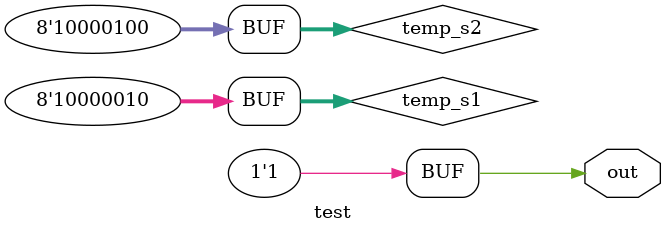
<source format=v>

module test(out); 
  // testing comparisons in verilog 
  output reg out; 
  reg[7:0] temp1, temp2; 
  reg signed [7:0] temp_s1, temp_s2; 
  
  initial begin 
    temp_s1 <= #0 8'b0000_0100; // out = 1
    temp_s2 <= #0 8'b0000_0111; 
    
    temp_s1 <= #10 8'b0000_1000; // out = 0
    temp_s2 <= #10 8'b0000_0101; 
    
    temp_s1 <= #20 8'b1000_0100; // signed or unsigned 
    temp_s2 <= #20 8'b0000_0010; // if signed, then out = 1; if unsigned, then out = 0; 
    
    temp_s1 <= #30 8'b1000_0010; // out = 0 
    temp_s2 <= #30 8'b1000_0100; 
  end 
  
  always @(temp_s1, temp_s2) begin 
    if (temp_s1 < temp_s2) 
      out = 1'b1; 
    else 
      out = 1'b0; 
    end 
  
endmodule //test 

</source>
